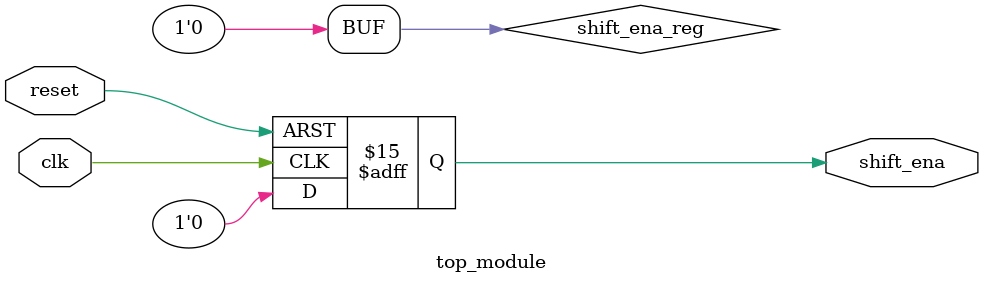
<source format=sv>
module top_module(
	input clk,
	input reset,
	output shift_ena);

	// Internal signal declaration
	reg [2:0] state;
	reg shift_ena_reg;
	reg shift_ena_next;

	// FSM states
	parameter [2:0]
		IDLE = 3'b000,
		DETECT_PATTERN = 3'b001,
		ENABLE_SHIFT = 3'b010;

	// FSM sequential logic
	always @(posedge clk or posedge reset) begin
		if (reset)
			state <= IDLE;
		else
			state <= shift_ena_next;
	end

	// FSM combinational logic
	always @(state) begin
		shift_ena_reg <= 0;

		case (state)
			IDLE:
				if (detect_pattern)
					shift_ena_next <= DETECT_PATTERN;
				else
					shift_ena_next <= IDLE;

			DETECT_PATTERN:
				shift_ena_next <= ENABLE_SHIFT;

			ENABLE_SHIFT:
				if (count < 4)
					shift_ena_next <= ENABLE_SHIFT;
				else
					shift_ena_next <= IDLE;

			default:
				shift_ena_next <= IDLE;
		endcase
	end

	// Shift register control logic
	always @(posedge clk or posedge reset) begin
		if (reset)
			shift_ena <= 1'b0;
		else
			shift_ena <= shift_ena_reg;
	end

	// Your implementation for detecting the required bit pattern
	function detect_pattern;
		// Add your logic here to detect the required bit pattern
	endfunction

endmodule

</source>
